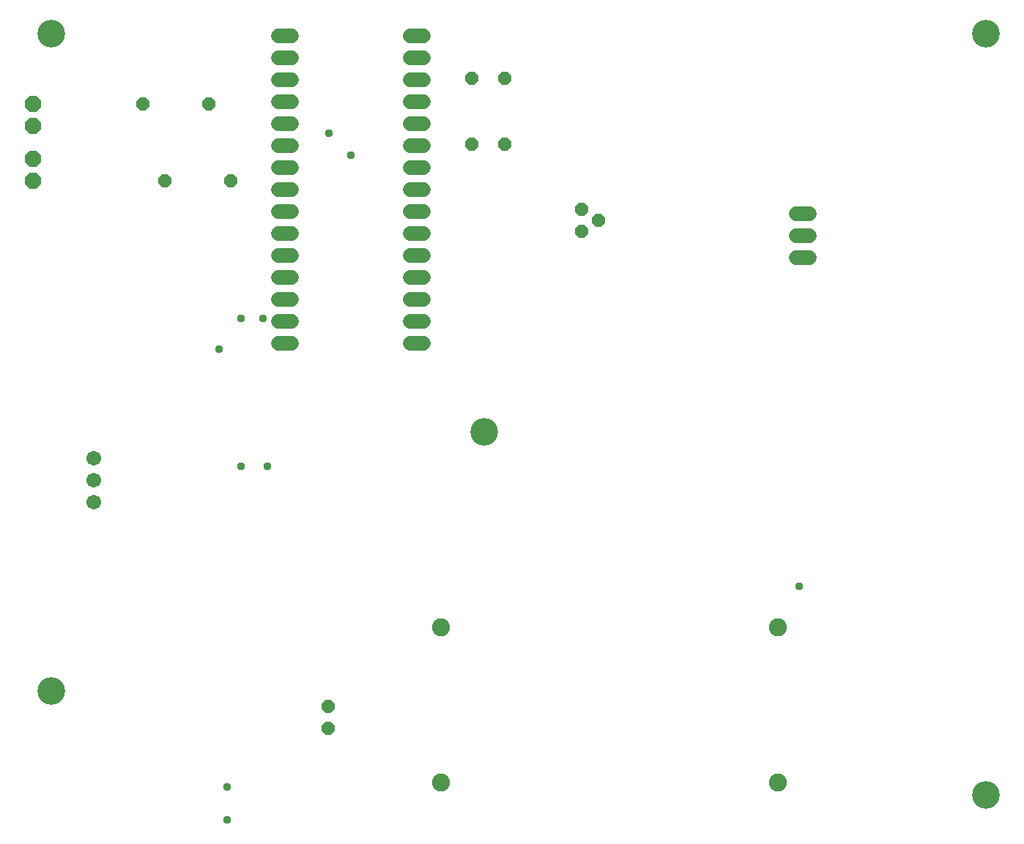
<source format=gbr>
G04 EAGLE Gerber RS-274X export*
G75*
%MOMM*%
%FSLAX34Y34*%
%LPD*%
%INSoldermask Bottom*%
%IPPOS*%
%AMOC8*
5,1,8,0,0,1.08239X$1,22.5*%
G01*
%ADD10C,3.203200*%
%ADD11C,2.082800*%
%ADD12C,1.727200*%
%ADD13P,2.034460X8X112.500000*%
%ADD14P,2.034460X8X292.500000*%
%ADD15C,1.711200*%
%ADD16P,1.649562X8X292.500000*%
%ADD17P,1.649562X8X202.500000*%
%ADD18P,1.649562X8X112.500000*%
%ADD19C,0.959600*%


D10*
X60000Y940000D03*
X60000Y180000D03*
X1140000Y60000D03*
X1140000Y940000D03*
X560000Y480000D03*
D11*
X900000Y254000D03*
X900000Y74000D03*
X510000Y254000D03*
X510000Y74000D03*
D12*
X337620Y937800D02*
X322380Y937800D01*
X322380Y912400D02*
X337620Y912400D01*
X337620Y887000D02*
X322380Y887000D01*
X322380Y861600D02*
X337620Y861600D01*
X337620Y836200D02*
X322380Y836200D01*
X322380Y810800D02*
X337620Y810800D01*
X337620Y785400D02*
X322380Y785400D01*
X322380Y760000D02*
X337620Y760000D01*
X337620Y734600D02*
X322380Y734600D01*
X322380Y709200D02*
X337620Y709200D01*
X337620Y683800D02*
X322380Y683800D01*
X322380Y658400D02*
X337620Y658400D01*
X337620Y633000D02*
X322380Y633000D01*
X322380Y607600D02*
X337620Y607600D01*
X337620Y582200D02*
X322380Y582200D01*
X474780Y582200D02*
X490020Y582200D01*
X490020Y607600D02*
X474780Y607600D01*
X474780Y633000D02*
X490020Y633000D01*
X490020Y658400D02*
X474780Y658400D01*
X474780Y683800D02*
X490020Y683800D01*
X490020Y709200D02*
X474780Y709200D01*
X474780Y734600D02*
X490020Y734600D01*
X490020Y760000D02*
X474780Y760000D01*
X474780Y785400D02*
X490020Y785400D01*
X490020Y810800D02*
X474780Y810800D01*
X474780Y836200D02*
X490020Y836200D01*
X490020Y861600D02*
X474780Y861600D01*
X474780Y887000D02*
X490020Y887000D01*
X490020Y912400D02*
X474780Y912400D01*
X474780Y937800D02*
X490020Y937800D01*
D13*
X39000Y770100D03*
X39000Y795500D03*
D14*
X39000Y859000D03*
X39000Y833600D03*
D15*
X109100Y449000D03*
X109100Y423600D03*
X109100Y398200D03*
D12*
X921380Y732200D02*
X936620Y732200D01*
X936620Y706800D02*
X921380Y706800D01*
X921380Y681400D02*
X936620Y681400D01*
D16*
X672900Y736900D03*
X691950Y724200D03*
X672900Y711500D03*
D17*
X267600Y770100D03*
X191400Y770100D03*
X242200Y859000D03*
X166000Y859000D03*
D18*
X546100Y812800D03*
X546100Y889000D03*
D16*
X584200Y889000D03*
X584200Y812800D03*
D18*
X380200Y137300D03*
X380200Y162700D03*
D19*
X262700Y69200D03*
X262700Y31200D03*
X406400Y800100D03*
X381000Y825500D03*
X304800Y610870D03*
X279400Y610870D03*
X254000Y575310D03*
X924500Y301300D03*
X279000Y440000D03*
X309500Y440000D03*
M02*

</source>
